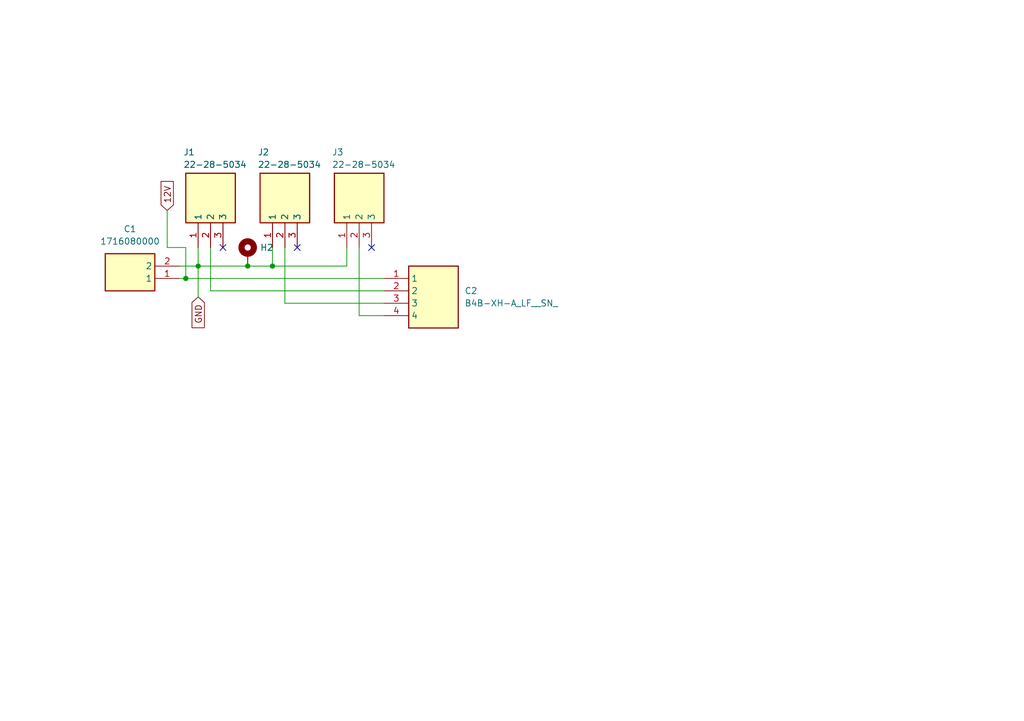
<source format=kicad_sch>
(kicad_sch (version 20250114) (generator "eeschema") (generator_version "9.0")
  (paper "A5")
  (lib_symbols
    (symbol "Mechanical:MountingHole_Pad" (pin_numbers (hide yes)) (pin_names (offset 1.016) (hide yes)) (in_bom no)
      (property "Reference" "H" (at 0 6.35 0))
      (property "Value" "MountingHole_Pad" (at 0 4.445 0))
      (symbol "MountingHole_Pad_0_1"
        (circle (center 0 1.27) (radius 1.27) (stroke (width 1.27)))
      )
      (symbol "MountingHole_Pad_1_1"
        (pin input line (at 0 -2.54 90) (length 2.54) (name "1") (number "1"))
      )
    )
    (symbol "SamacSys_Parts:1716080000"
      (property "Reference" "J" (at 16.51 7.62 0))
      (property "Value" "1716080000" (at 16.51 5.08 0))
      (symbol "1716080000_1_1"
        (rectangle (start 5.08 2.54) (end 15.24 -5.08) (stroke (width 0.254)) (fill (type background)))
        (pin passive line (at 0 0 0) (length 5.08) (name "1") (number "1"))
        (pin passive line (at 0 -2.54 0) (length 5.08) (name "2") (number "2"))
      )
    )
    (symbol "SamacSys_Parts:22-28-5034"
      (property "Reference" "J" (at 16.51 7.62 0))
      (property "Value" "22-28-5034" (at 16.51 5.08 0))
      (symbol "22-28-5034_1_1"
        (rectangle (start 5.08 2.54) (end 15.24 -7.62) (stroke (width 0.254)) (fill (type background)))
        (pin passive line (at 0 0 0) (length 5.08) (name "1") (number "1"))
        (pin passive line (at 0 -2.54 0) (length 5.08) (name "2") (number "2"))
        (pin passive line (at 0 -5.08 0) (length 5.08) (name "3") (number "3"))
      )
    )
    (symbol "SamacSys_Parts:B4B-XH-A_LF__SN_"
      (property "Reference" "J" (at 16.51 7.62 0))
      (property "Value" "B4B-XH-A_LF__SN_" (at 16.51 5.08 0))
      (symbol "B4B-XH-A_LF__SN__1_1"
        (rectangle (start 5.08 2.54) (end 15.24 -10.16) (stroke (width 0.254)) (fill (type background)))
        (pin passive line (at 0 0 0) (length 5.08) (name "1") (number "1"))
        (pin passive line (at 0 -2.54 0) (length 5.08) (name "2") (number "2"))
        (pin passive line (at 0 -5.08 0) (length 5.08) (name "3") (number "3"))
        (pin passive line (at 0 -7.62 0) (length 5.08) (name "4") (number "4"))
      )
    )
  )
  (junction (at 50.8 54.61))
  (junction (at 55.88 54.61))
  (junction (at 40.64 54.61))
  (junction (at 38.1 57.15))
  (no_connect (at 76.2 50.8))
  (no_connect (at 60.96 50.8))
  (no_connect (at 45.72 50.8))
  (wire (pts (xy 36.83 54.61) (xy 40.64 54.61)))
  (wire (pts (xy 58.42 62.23) (xy 78.74 62.23)))
  (wire (pts (xy 71.12 54.61) (xy 55.88 54.61)))
  (wire (pts (xy 40.64 54.61) (xy 40.64 50.8)))
  (wire (pts (xy 71.12 50.8) (xy 71.12 54.61)))
  (wire (pts (xy 55.88 50.8) (xy 55.88 54.61)))
  (wire (pts (xy 34.29 43.18) (xy 34.29 50.8)))
  (wire (pts (xy 40.64 54.61) (xy 40.64 60.96)))
  (wire (pts (xy 50.8 54.61) (xy 55.88 54.61)))
  (wire (pts (xy 38.1 57.15) (xy 78.74 57.15)))
  (wire (pts (xy 43.18 59.69) (xy 78.74 59.69)))
  (wire (pts (xy 36.83 57.15) (xy 38.1 57.15)))
  (wire (pts (xy 73.66 50.8) (xy 73.66 64.77)))
  (wire (pts (xy 43.18 50.8) (xy 43.18 59.69)))
  (wire (pts (xy 58.42 50.8) (xy 58.42 62.23)))
  (wire (pts (xy 73.66 64.77) (xy 78.74 64.77)))
  (wire (pts (xy 40.64 54.61) (xy 50.8 54.61)))
  (wire (pts (xy 38.1 50.8) (xy 38.1 57.15)))
  (wire (pts (xy 34.29 50.8) (xy 38.1 50.8)))
  (global_label "12V" (shape input) (at 34.29 43.18 90) (property "Intersheetrefs" "${INTERSHEET_REFS}" (effects (hide yes))))
  (global_label "GND" (shape input) (at 40.64 60.96 270) (property "Intersheetrefs" "${INTERSHEET_REFS}" (effects (hide yes))))
  (symbol (lib_id "SamacSys_Parts:1716080000") (at 36.83 57.15 180) (unit 1)
    (property "Reference" "C1" (at 26.67 46.99 0))
    (property "Value" "1716080000" (at 26.67 49.53 0))
    (property "Footprint" "1716080000" (effects (hide yes)))
    (property "Datasheet" "http://catalog.weidmueller.com/createDatasheetForMobile.do?ordernumber=1716080000&scope1=1&scope2=1&localeId=en" (effects (hide yes)))
    (property "Description" "Printed circuit board terminals, 5.08 mm, Number of poles: 2, 90, Solder pin length: 3.5 mm, tinned, orange, Clamping yoke connection, Clamping range, max. [rated connection]: 2.5 mm, Box" (effects (hide yes)))
    (property "Height" "13.8" (effects (hide yes)))
    (property "Mouser Part Number" "470-1716080000" (effects (hide yes)))
    (property "Mouser Price/Stock" "https://www.mouser.co.uk/ProductDetail/Weidmuller/1716080000?qs=BTG2th8YmhQnu8ZhPH6LgQ%3D%3D" (effects (hide yes)))
    (property "Manufacturer_Name" "Weidmuller" (effects (hide yes)))
    (property "Manufacturer_Part_Number" "1716080000" (effects (hide yes)))
  )
  (symbol (lib_id "SamacSys_Parts:22-28-5034") (at 71.12 50.8 90) (unit 1)
    (property "Reference" "J3" (at 68.072 31.242 90) (effects (justify right)))
    (property "Value" "22-28-5034" (at 68.072 33.782 90) (effects (justify right)))
    (property "Footprint" "HDRV3W66P0X254_1X3_1016X249X1042P" (effects (hide yes)))
    (property "Datasheet" "https://componentsearchengine.com/Datasheets/2/22-28-5034.pdf" (effects (hide yes)))
    (property "Description" "MOLEX - 22-28-5034 - Board-To-Board Connector, 2.54 mm, 3 Contacts, Header, KK 254 42375 Series, Through Hole, 1 Rows" (effects (hide yes)))
    (property "Height" "10.42" (effects (hide yes)))
    (property "Mouser Part Number" "538-22-28-5034" (effects (hide yes)))
    (property "Mouser Price/Stock" "https://www.mouser.co.uk/ProductDetail/Molex/22-28-5034?qs=l%252BWx29wYPrxAp9jaws3tbA%3D%3D" (effects (hide yes)))
    (property "Manufacturer_Name" "Molex" (effects (hide yes)))
    (property "Manufacturer_Part_Number" "22-28-5034" (effects (hide yes)))
  )
  (symbol (lib_id "SamacSys_Parts:B4B-XH-A_LF__SN_") (at 78.74 57.15 0) (unit 1)
    (property "Reference" "C2" (at 95.25 59.6899 0) (effects (justify left)))
    (property "Value" "B4B-XH-A_LF__SN_" (at 95.25 62.2299 0) (effects (justify left)))
    (property "Footprint" "B4BXHALFSN" (effects (hide yes)))
    (property "Datasheet" "https://datasheet.lcsc.com/szlcsc/JST-Sales-America-B4B-XH-A-LF-SN_C144395.pdf" (effects (hide yes)))
    (property "Description" "CONN HEADER VERT 4POS 2.5MM" (effects (hide yes)))
    (property "Height" "7" (effects (hide yes)))
    (property "Mouser Part Number" "306-B4BXHALFSN" (effects (hide yes)))
    (property "Mouser Price/Stock" "https://www.mouser.co.uk/ProductDetail/JST-Commercial/B4B-XH-ALFSN?qs=cdbOS8ANM9CfC08d%252BywhFw%3D%3D" (effects (hide yes)))
    (property "Manufacturer_Name" "JST (JAPAN SOLDERLESS TERMINALS)" (effects (hide yes)))
    (property "Manufacturer_Part_Number" "B4B-XH-A(LF)(SN)" (effects (hide yes)))
  )
  (symbol (lib_id "SamacSys_Parts:22-28-5034") (at 40.64 50.8 90) (unit 1)
    (property "Reference" "J1" (at 37.592 31.242 90) (effects (justify right)))
    (property "Value" "22-28-5034" (at 37.592 33.782 90) (effects (justify right)))
    (property "Footprint" "HDRV3W66P0X254_1X3_1016X249X1042P" (effects (hide yes)))
    (property "Datasheet" "https://componentsearchengine.com/Datasheets/2/22-28-5034.pdf" (effects (hide yes)))
    (property "Description" "MOLEX - 22-28-5034 - Board-To-Board Connector, 2.54 mm, 3 Contacts, Header, KK 254 42375 Series, Through Hole, 1 Rows" (effects (hide yes)))
    (property "Height" "10.42" (effects (hide yes)))
    (property "Mouser Part Number" "538-22-28-5034" (effects (hide yes)))
    (property "Mouser Price/Stock" "https://www.mouser.co.uk/ProductDetail/Molex/22-28-5034?qs=l%252BWx29wYPrxAp9jaws3tbA%3D%3D" (effects (hide yes)))
    (property "Manufacturer_Name" "Molex" (effects (hide yes)))
    (property "Manufacturer_Part_Number" "22-28-5034" (effects (hide yes)))
  )
  (symbol (lib_id "SamacSys_Parts:22-28-5034") (at 55.88 50.8 90) (unit 1)
    (property "Reference" "J2" (at 52.832 31.242 90) (effects (justify right)))
    (property "Value" "22-28-5034" (at 52.832 33.782 90) (effects (justify right)))
    (property "Footprint" "HDRV3W66P0X254_1X3_1016X249X1042P" (effects (hide yes)))
    (property "Datasheet" "https://componentsearchengine.com/Datasheets/2/22-28-5034.pdf" (effects (hide yes)))
    (property "Description" "MOLEX - 22-28-5034 - Board-To-Board Connector, 2.54 mm, 3 Contacts, Header, KK 254 42375 Series, Through Hole, 1 Rows" (effects (hide yes)))
    (property "Height" "10.42" (effects (hide yes)))
    (property "Mouser Part Number" "538-22-28-5034" (effects (hide yes)))
    (property "Mouser Price/Stock" "https://www.mouser.co.uk/ProductDetail/Molex/22-28-5034?qs=l%252BWx29wYPrxAp9jaws3tbA%3D%3D" (effects (hide yes)))
    (property "Manufacturer_Name" "Molex" (effects (hide yes)))
    (property "Manufacturer_Part_Number" "22-28-5034" (effects (hide yes)))
  )
  (symbol (lib_id "Mechanical:MountingHole_Pad") (at 50.8 52.07 0) (unit 1) (in_bom no)
    (property "Reference" "H2" (at 53.34 50.7999 0) (effects (justify left)))
    (property "Value" "MountingHole_Pad" (effects (hide yes)))
    (property "Footprint" "MountingHole:MountingHole_3.2mm_M3_Pad_TopBottom" (effects (hide yes)))
    (property "Description" "Mounting Hole with connection" (effects (hide yes)))
  )
)
</source>
